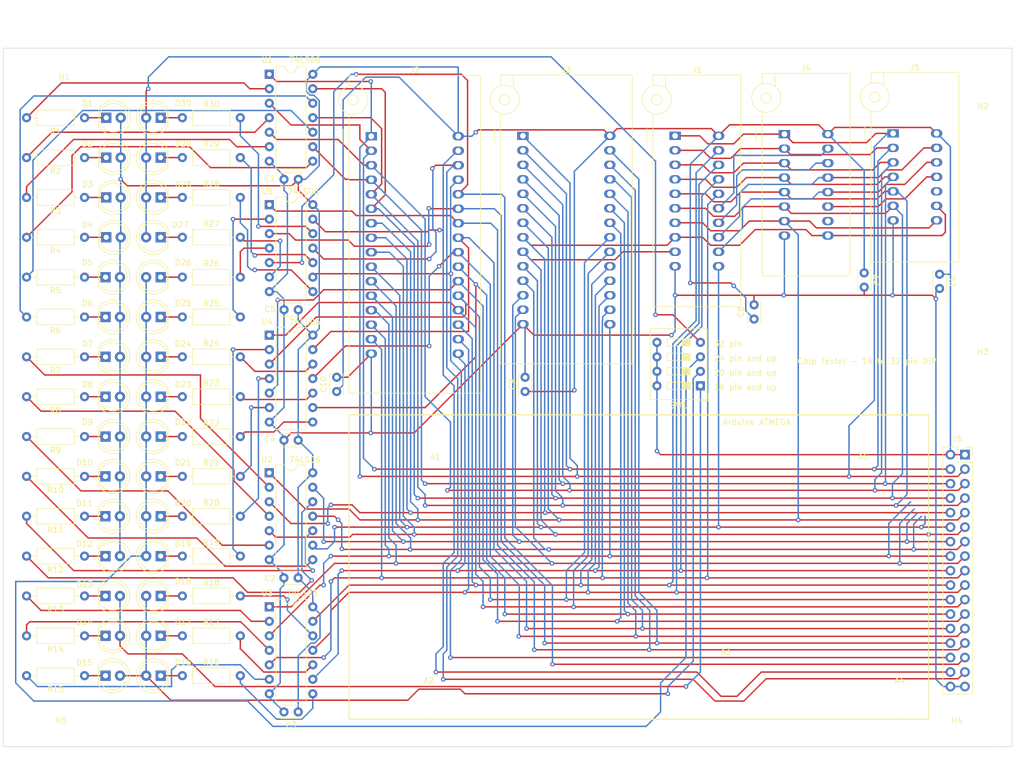
<source format=kicad_pcb>
(kicad_pcb (version 20211014) (generator pcbnew)

  (general
    (thickness 1.6)
  )

  (paper "A4")
  (layers
    (0 "F.Cu" signal)
    (31 "B.Cu" signal)
    (32 "B.Adhes" user "B.Adhesive")
    (33 "F.Adhes" user "F.Adhesive")
    (34 "B.Paste" user)
    (35 "F.Paste" user)
    (36 "B.SilkS" user "B.Silkscreen")
    (37 "F.SilkS" user "F.Silkscreen")
    (38 "B.Mask" user)
    (39 "F.Mask" user)
    (40 "Dwgs.User" user "User.Drawings")
    (41 "Cmts.User" user "User.Comments")
    (42 "Eco1.User" user "User.Eco1")
    (43 "Eco2.User" user "User.Eco2")
    (44 "Edge.Cuts" user)
    (45 "Margin" user)
    (46 "B.CrtYd" user "B.Courtyard")
    (47 "F.CrtYd" user "F.Courtyard")
    (48 "B.Fab" user)
    (49 "F.Fab" user)
    (50 "User.1" user)
    (51 "User.2" user)
    (52 "User.3" user)
    (53 "User.4" user)
    (54 "User.5" user)
    (55 "User.6" user)
    (56 "User.7" user)
    (57 "User.8" user)
    (58 "User.9" user)
  )

  (setup
    (pad_to_mask_clearance 0)
    (pcbplotparams
      (layerselection 0x00010fc_ffffffff)
      (disableapertmacros false)
      (usegerberextensions false)
      (usegerberattributes true)
      (usegerberadvancedattributes true)
      (creategerberjobfile true)
      (svguseinch false)
      (svgprecision 6)
      (excludeedgelayer true)
      (plotframeref false)
      (viasonmask false)
      (mode 1)
      (useauxorigin false)
      (hpglpennumber 1)
      (hpglpenspeed 20)
      (hpglpendiameter 15.000000)
      (dxfpolygonmode true)
      (dxfimperialunits true)
      (dxfusepcbnewfont true)
      (psnegative false)
      (psa4output false)
      (plotreference true)
      (plotvalue true)
      (plotinvisibletext false)
      (sketchpadsonfab false)
      (subtractmaskfromsilk false)
      (outputformat 1)
      (mirror false)
      (drillshape 0)
      (scaleselection 1)
      (outputdirectory "")
    )
  )

  (net 0 "")
  (net 1 "Net-(J2-Pad20)")
  (net 2 "Net-(J2-Pad21)")
  (net 3 "Net-(J2-Pad22)")
  (net 4 "Net-(J2-Pad23)")
  (net 5 "Net-(J2-Pad24)")
  (net 6 "Net-(J2-Pad25)")
  (net 7 "Net-(J2-Pad26)")
  (net 8 "Net-(J2-Pad27)")
  (net 9 "Net-(J2-Pad28)")
  (net 10 "Net-(J1-Pad1)")
  (net 11 "Net-(J1-Pad2)")
  (net 12 "Net-(J1-Pad3)")
  (net 13 "Net-(J1-Pad4)")
  (net 14 "Net-(J1-Pad5)")
  (net 15 "Net-(J1-Pad6)")
  (net 16 "Net-(J1-Pad7)")
  (net 17 "Net-(J1-Pad8)")
  (net 18 "Net-(J1-Pad9)")
  (net 19 "GND")
  (net 20 "Net-(J1-Pad11)")
  (net 21 "Net-(J1-Pad12)")
  (net 22 "Net-(J1-Pad13)")
  (net 23 "Net-(J1-Pad14)")
  (net 24 "Net-(J1-Pad15)")
  (net 25 "Net-(J1-Pad16)")
  (net 26 "Net-(J1-Pad17)")
  (net 27 "Net-(J1-Pad18)")
  (net 28 "Net-(J1-Pad19)")
  (net 29 "+5V")
  (net 30 "Net-(J2-Pad29)")
  (net 31 "Net-(J2-Pad30)")
  (net 32 "Net-(J2-Pad31)")
  (net 33 "Net-(R2-Pad2)")
  (net 34 "Net-(R3-Pad2)")
  (net 35 "Net-(R4-Pad2)")
  (net 36 "Net-(R5-Pad2)")
  (net 37 "Net-(R6-Pad2)")
  (net 38 "Net-(R7-Pad2)")
  (net 39 "Net-(R8-Pad2)")
  (net 40 "Net-(R9-Pad2)")
  (net 41 "Net-(D1-Pad1)")
  (net 42 "Net-(D2-Pad1)")
  (net 43 "Net-(D3-Pad1)")
  (net 44 "Net-(D4-Pad1)")
  (net 45 "Net-(D5-Pad1)")
  (net 46 "Net-(D6-Pad1)")
  (net 47 "Net-(D7-Pad1)")
  (net 48 "Net-(D8-Pad1)")
  (net 49 "Net-(D9-Pad1)")
  (net 50 "Net-(D10-Pad1)")
  (net 51 "Net-(D11-Pad1)")
  (net 52 "Net-(D12-Pad1)")
  (net 53 "Net-(D13-Pad1)")
  (net 54 "Net-(D14-Pad1)")
  (net 55 "Net-(D15-Pad1)")
  (net 56 "Net-(D16-Pad1)")
  (net 57 "Net-(D17-Pad1)")
  (net 58 "Net-(D18-Pad1)")
  (net 59 "Net-(D19-Pad1)")
  (net 60 "Net-(D20-Pad1)")
  (net 61 "Net-(D21-Pad1)")
  (net 62 "Net-(D22-Pad1)")
  (net 63 "Net-(D23-Pad1)")
  (net 64 "Net-(D24-Pad1)")
  (net 65 "Net-(D25-Pad1)")
  (net 66 "Net-(D26-Pad1)")
  (net 67 "Net-(D27-Pad1)")
  (net 68 "Net-(D28-Pad1)")
  (net 69 "Net-(D29-Pad1)")
  (net 70 "Net-(D30-Pad1)")
  (net 71 "Net-(R1-Pad2)")
  (net 72 "Net-(R10-Pad2)")
  (net 73 "Net-(R11-Pad2)")
  (net 74 "Net-(R12-Pad2)")
  (net 75 "Net-(R13-Pad2)")
  (net 76 "Net-(R14-Pad2)")
  (net 77 "Net-(R15-Pad2)")
  (net 78 "Net-(R16-Pad2)")
  (net 79 "Net-(R17-Pad2)")
  (net 80 "Net-(R18-Pad2)")
  (net 81 "Net-(R19-Pad2)")
  (net 82 "Net-(R20-Pad2)")
  (net 83 "Net-(R21-Pad2)")
  (net 84 "Net-(R22-Pad2)")
  (net 85 "Net-(R23-Pad2)")
  (net 86 "Net-(R24-Pad2)")
  (net 87 "Net-(R25-Pad2)")
  (net 88 "Net-(R26-Pad2)")
  (net 89 "Net-(R27-Pad2)")
  (net 90 "Net-(R28-Pad2)")
  (net 91 "Net-(R29-Pad2)")
  (net 92 "Net-(R30-Pad2)")
  (net 93 "Net-(D13-Pad2)")
  (net 94 "Net-(D15-Pad2)")
  (net 95 "Net-(D19-Pad2)")
  (net 96 "Net-(D27-Pad2)")

  (footprint "LED_THT:LED_D5.0mm" (layer "F.Cu") (at 46.36 35.56 180))

  (footprint "Resistor_THT:R_Axial_DIN0207_L6.3mm_D2.5mm_P10.16mm_Horizontal" (layer "F.Cu") (at 50.165 126.365))

  (footprint "Resistor_THT:R_Axial_DIN0207_L6.3mm_D2.5mm_P10.16mm_Horizontal" (layer "F.Cu") (at 33.02 98.425 180))

  (footprint "Capacitor_THT:C_Disc_D3.4mm_W2.1mm_P2.50mm" (layer "F.Cu") (at 70.475 92.08 180))

  (footprint "Resistor_THT:R_Axial_DIN0207_L6.3mm_D2.5mm_P10.16mm_Horizontal" (layer "F.Cu") (at 33.02 119.38 180))

  (footprint "Resistor_THT:R_Axial_DIN0207_L6.3mm_D2.5mm_P10.16mm_Horizontal" (layer "F.Cu") (at 50.165 91.44))

  (footprint "LED_THT:LED_D5.0mm" (layer "F.Cu") (at 46.365 112.395 180))

  (footprint "Package_DIP:DIP-14_W7.62mm" (layer "F.Cu") (at 65.405 27.94))

  (footprint "LED_THT:LED_D5.0mm" (layer "F.Cu") (at 36.688 119.38))

  (footprint "LED_THT:LED_D5.0mm" (layer "F.Cu") (at 46.365 91.44 180))

  (footprint "Socket:DIP_Socket-20_W4.3_W5.08_W7.62_W10.16_W10.9_3M_220-3342-00-0602J" (layer "F.Cu") (at 136.525 38.735))

  (footprint "Resistor_THT:R_Axial_DIN0207_L6.3mm_D2.5mm_P10.16mm_Horizontal" (layer "F.Cu") (at 33.02 63.5 180))

  (footprint "Resistor_THT:R_Axial_DIN0207_L6.3mm_D2.5mm_P10.16mm_Horizontal" (layer "F.Cu") (at 33.02 77.47 180))

  (footprint "Resistor_THT:R_Axial_DIN0207_L6.3mm_D2.5mm_P10.16mm_Horizontal" (layer "F.Cu") (at 50.165 77.47))

  (footprint "Resistor_THT:R_Axial_DIN0207_L6.3mm_D2.5mm_P10.16mm_Horizontal" (layer "F.Cu") (at 50.165 105.41))

  (footprint "Capacitor_THT:C_Disc_D3.4mm_W2.1mm_P2.50mm" (layer "F.Cu") (at 70.465 116.205 180))

  (footprint "Resistor_THT:R_Axial_DIN0207_L6.3mm_D2.5mm_P10.16mm_Horizontal" (layer "F.Cu") (at 33.02 133.35 180))

  (footprint "MountingHole:MountingHole_3.2mm_M3" (layer "F.Cu") (at 24.13 28.575))

  (footprint "LED_THT:LED_D5.0mm" (layer "F.Cu") (at 46.365 98.425 180))

  (footprint "Socket:DIP_Socket-14_W4.3_W5.08_W7.62_W10.16_W10.9_3M_214-3339-00-0602J" (layer "F.Cu") (at 174.7375 38.31))

  (footprint "Resistor_THT:R_Axial_DIN0207_L6.3mm_D2.5mm_P10.16mm_Horizontal" (layer "F.Cu") (at 33.02 70.485 180))

  (footprint "Button_Switch_THT:SW_DIP_SPSTx04_Slide_9.78x12.34mm_W7.62mm_P2.54mm" (layer "F.Cu") (at 140.97 82.55 180))

  (footprint "Capacitor_THT:C_Disc_D3.4mm_W2.1mm_P2.50mm" (layer "F.Cu") (at 70.485 46.36 180))

  (footprint "MountingHole:MountingHole_3.2mm_M3" (layer "F.Cu") (at 93.345 138.43))

  (footprint "LED_THT:LED_D5.0mm" (layer "F.Cu") (at 46.355 49.53 180))

  (footprint "LED_THT:LED_D5.0mm" (layer "F.Cu") (at 46.365 105.41 180))

  (footprint "Capacitor_THT:C_Disc_D3.4mm_W2.1mm_P2.50mm" (layer "F.Cu") (at 70.485 69.215 180))

  (footprint "MountingHole:MountingHole_3.2mm_M3" (layer "F.Cu") (at 190.5 28.575))

  (footprint "Resistor_THT:R_Axial_DIN0207_L6.3mm_D2.5mm_P10.16mm_Horizontal" (layer "F.Cu") (at 50.165 112.395))

  (footprint "Capacitor_THT:C_Disc_D3.4mm_W2.1mm_P2.50mm" (layer "F.Cu") (at 70.475 139.7 180))

  (footprint "MountingHole:MountingHole_3.2mm_M3" (layer "F.Cu") (at 169.545 90.17))

  (footprint "Resistor_THT:R_Axial_DIN0207_L6.3mm_D2.5mm_P10.16mm_Horizontal" (layer "F.Cu") (at 50.165 35.56))

  (footprint "Resistor_THT:R_Axial_DIN0207_L6.3mm_D2.5mm_P10.16mm_Horizontal" (layer "F.Cu") (at 33.02 84.455 180))

  (footprint "Socket:DIP_Socket-32_W11.9_W12.7_W15.24_W17.78_W18.5_3M_232-1285-00-0602J" (layer "F.Cu") (at 83.2775 38.8075))

  (footprint "Resistor_THT:R_Axial_DIN0207_L6.3mm_D2.5mm_P10.16mm_Horizontal" (layer "F.Cu") (at 33.02 42.545 180))

  (footprint "MountingHole:MountingHole_3.2mm_M3" (layer "F.Cu") (at 190.5 80.772))

  (footprint "LED_THT:LED_D5.0mm" (layer "F.Cu") (at 36.683 98.425))

  (footprint "MountingHole:MountingHole_3.2mm_M3" (layer "F.Cu") (at 175.895 138.43))

  (footprint "Resistor_THT:R_Axial_DIN0207_L6.3mm_D2.5mm_P10.16mm_Horizontal" (layer "F.Cu") (at 50.165 133.35))

  (footprint "Package_DIP:DIP-14_W7.62mm" (layer "F.Cu") (at 65.415 50.795))

  (footprint "Resistor_THT:R_Axial_DIN0207_L6.3mm_D2.5mm_P10.16mm_Horizontal" (layer "F.Cu") (at 33.02 112.395 180))

  (footprint "Socket:DIP_Socket-28_W11.9_W12.7_W15.24_W17.78_W18.5_3M_228-1277-00-0602J" (layer "F.Cu") (at 109.855 38.735))

  (footprint "Resistor_THT:R_Axial_DIN0207_L6.3mm_D2.5mm_P10.16mm_Horizontal" (layer "F.Cu") (at 33.02 56.515 180))

  (footprint "Capacitor_THT:C_Disc_D3.4mm_W2.1mm_P2.50mm" (layer "F.Cu") (at 110.236 83.546 90))

  (footprint "LED_THT:LED_D5.0mm" (layer "F.Cu") (at 36.698 77.47))

  (footprint "Connector_PinSocket_2.54mm:PinSocket_2x17_P2.54mm_Vertical" (layer "F.Cu")
    (tedit 5A19A431) (tstamp 87670dd1-0d94-49ff-aedf-c714b68eb071)
    (at 187.325 94.615)
    (descr "Through hole straight socket strip, 2x17, 2.54mm pitch, double cols (from Kicad 4.0.7), script generated")
    (tags "Through hole socket strip THT 2x17 2.54mm double row")
    (property "Sheetfile" "MultiTester.kicad_sch")
    (property "Sheetname" "")
    (path "/60da4560-fb0d-499c-8e2b-245dbca77f09")
    (attr through_hole)
    (fp_text reference "J6" (at -1.27 -2.77) (layer "F.SilkS")
      (effects (font (size 1 1) (thickness 0.15)))
      (tstamp 28f9f1eb-4268-4bba-bb4a-ee2e3afb8463)
    )
    (fp_text value "Conn_01x34_Female" (at 3.175 23.241 90) (layer "F.Fab")
      (effects (font (size 1 1) (thickness 0.15)))
      (tstamp ce2e6ecb-590e-4fd2-9447-0a4b74b3ae70)
    )
    (fp_text user "${REFERENCE}" (at -1.27 20.32 90) (layer "F.Fab")
      (effects (font (size 1 1) (thickness 0.15)))
      (tstamp 5bd02c4c-99fc-44d4-a8b9-d938e258252f)
    )
    (fp_line (start 1.33 1.27) (end 1.33 41.97) (layer "F.SilkS") (width 0.12) (tstamp 2499882c-d33d-4457-9c93-441abbf72465))
    (fp_line (start -3.87 -1.33) (end -1.27 -1.33) (layer "F.SilkS") (width 0.12) (tstamp 470e99df-23cc-445d-89ac-2f347b170b20))
    (fp_line (start -1.27 -1.33) (end -1.27 1.27) (layer "F.SilkS") (width 0.12) (tstamp 64d733b5-db4d-44fa-bcba-7ba3f1a340a1))
    (fp_line (start -1.27 1.27) (end 1.33 1.27) (layer "F.SilkS") (width 0.12) (tstamp 87df1350-cb6e-456b-8859-5f95fbb8bc7e))
    (fp_line (start -3.87 41.97) (end 1.33 41.97) (layer "F.SilkS") (width 0.12) (tstamp 899f37c6-733b-4944-a4ca-2bfef908b8c0))
    (fp_line (start 1.33 -1.33) (end 1.33 0) (layer "F.SilkS") (width 0.12) (tstamp 9da3f048-7042-4c63-9502-59e349cc0ba1))
    (fp_line (start -3.87 -1.33) (end -3.87 41.97) (layer "F.SilkS") (width 0.12) (tstamp b475cb2c-8791-4d28-9803-fdd4371f903c))
    (fp_line (start 0 -1.33) (end 1.33 -1.33) (layer "F.SilkS") (width 0.12) (tstamp c8274b28-deeb-44df-a356-362e523d73c1))
    (fp_line (start 1.76 -1.8) (end 1.76 42.4) (layer "F.CrtYd") (width 0.05) (tstamp 85ca3b80-6754-465d-b1b0-3d33cd1a65b0))
    (fp_line (start -4.34 42.4) (end -4.34 -1.8) (layer "F.CrtYd") (width 0.05) (tstamp 8636c1db-6a2c-4144-92fe-61b93e4532e1))
    (fp_line (start -4.34 -1.8) (end 1.76 -1.8) (layer "F.CrtYd") (width 0.05) (tstamp 961a8d44-e98c-4ba7-94ba-8fdd987448f7))
    (fp_line (start 1.76 42.4) (end -4.34 42.4) (layer "F.CrtYd") (width 0.05) (tstamp ba01f49e-e058-4bc1-8f1d-c4eae0e8074a))
    (fp_line (start 0.27 -1.27) (end 1.27 -0.27) (layer "F.Fab") (width 0.1) (
... [336542 chars truncated]
</source>
